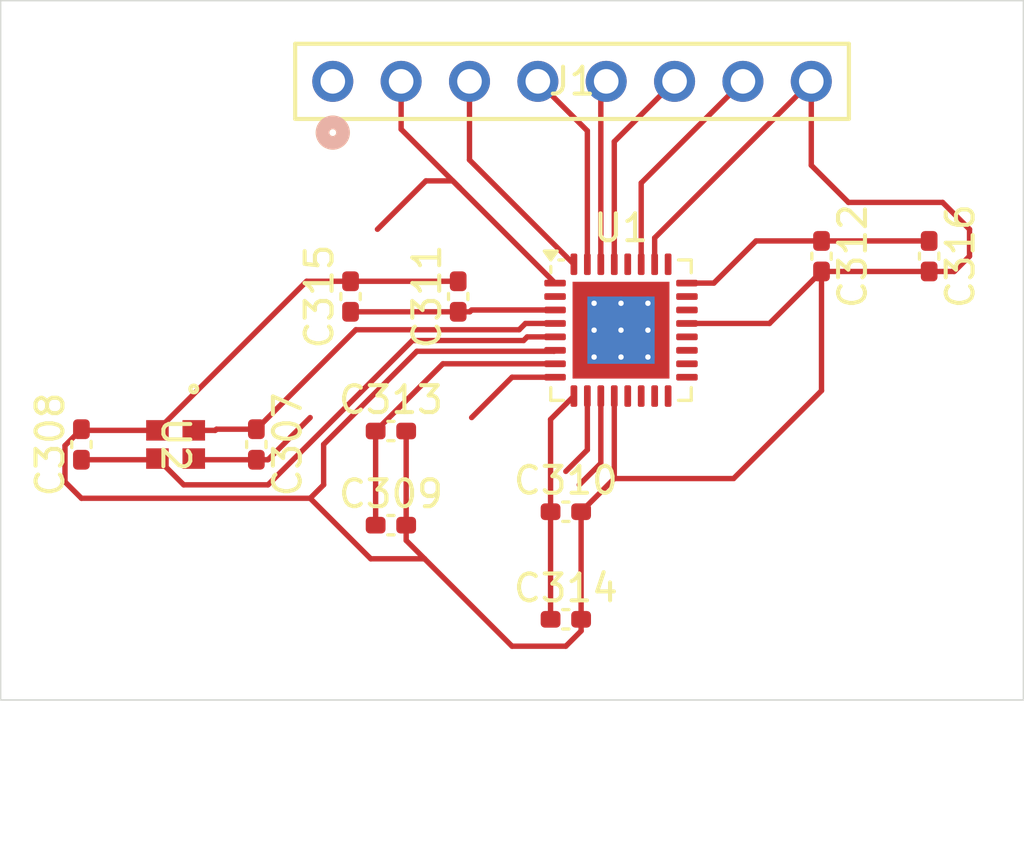
<source format=kicad_pcb>
(kicad_pcb (version 20240108) (generator "pcbnew") (generator_version "8.0")
  (layers (0 "F.Cu" signal) (31 "B.Cu" signal) (34 "B.Paste" user) (35 "F.Paste" user) (36 "B.SilkS" user "B.Silkscreen") (37 "F.SilkS" user "F.Silkscreen") (38 "B.Mask" user) (39 "F.Mask" user) (44 "Edge.Cuts" user))
  (net 0 "")
  (net 1 "/MOSI")
  (net 2 "/3V3")
  (net 3 "/IRQ")
  (net 4 "/1")
  (net 5 "GND")
  (net 6 "/MISO")
  (net 7 "/SS")
  (net 8 "/SCLK")
  (net 12 "Net-(U1-VSP_RF)")
  (net 14 "Net-(U1-VSP_A)")
  (net 16 "Net-(U1-XTO)")
  (net 17 "Net-(U1-AGD)")
  (net 21 "Net-(U1-VSP_D)")
  (net 24 "/RFO2")
  (net 25 "/RFO1")
  (net 28 "Net-(U1-XTI)")
  (footprint "Capacitor_SMD:C_0402_1005Metric_Pad0.74x0.62mm_HandSolder" (layer "F.Cu") (at 155.5 109.5 -90)
    (property "Reference" "C312" (at 0 -1.16 90) (layer "F.SilkS"))
    (property "Value" "10nF")
    (fp_line (start -0.115835 0.36) (end 0.115835 0.36) (stroke (width 0.12)) (layer "F.SilkS"))
    (fp_line (start -0.115835 -0.36) (end 0.115835 -0.36) (stroke (width 0.12)) (layer "F.SilkS"))
    (pad "1" smd roundrect (at -0.5675 0 270) (size 0.735 0.62) (layers "F.Cu" "F.Paste" "F.Mask") (net 17 "Net-(U1-AGD)"))
    (pad "2" smd roundrect (at 0.5675 0 270) (size 0.735 0.62) (layers "F.Cu" "F.Paste" "F.Mask") (net 5 "GND"))
  )
  (footprint "Crystal_27.12MHz:SMD04_NX2016S_NDK" (layer "F.Cu") (at 131.5 116.5 -90)
    (property "Reference" "U2" (at 0 0 -90) (layer "F.SilkS"))
    (property "Value" "NX2016SA-27.12MHZ-EXS00A-CS11337")
    (fp_circle (center -2.0636 -0.675) (end -1.9366 -0.675) (stroke (width 0.1524)) (fill none) (layer "F.SilkS"))
    (pad "1" smd rect (at -0.525 -0.675 270) (size 0.762 0.8382) (layers "F.Cu" "F.Paste" "F.Mask") (net 16 "Net-(U1-XTO)"))
    (pad "2" smd rect (at -0.525 0.675 270) (size 0.762 0.8382) (layers "F.Cu" "F.Paste" "F.Mask") (net 5 "GND"))
    (pad "3" smd rect (at 0.525 0.675 270) (size 0.762 0.8382) (layers "F.Cu" "F.Paste" "F.Mask") (net 28 "Net-(U1-XTI)"))
    (pad "4" smd rect (at 0.525 -0.675 270) (size 0.762 0.8382) (layers "F.Cu" "F.Paste" "F.Mask") (net 5 "GND"))
  )
  (footprint "Capacitor_SMD:C_0402_1005Metric_Pad0.74x0.62mm_HandSolder" (layer "F.Cu") (at 142 111 90)
    (property "Reference" "C311" (at 0 -1.16 -90) (layer "F.SilkS"))
    (property "Value" "10nF")
    (fp_line (start -0.115835 -0.36) (end 0.115835 -0.36) (stroke (width 0.12)) (layer "F.SilkS"))
    (fp_line (start -0.115835 0.36) (end 0.115835 0.36) (stroke (width 0.12)) (layer "F.SilkS"))
    (pad "1" smd roundrect (at -0.5675 0 90) (size 0.735 0.62) (layers "F.Cu" "F.Paste" "F.Mask") (net 21 "Net-(U1-VSP_D)"))
    (pad "2" smd roundrect (at 0.5675 0 90) (size 0.735 0.62) (layers "F.Cu" "F.Paste" "F.Mask") (net 5 "GND"))
  )
  (footprint "Package_DFN_QFN:QFN-32-1EP_5x5mm_P0.5mm_EP3.6x3.6mm_ThermalVias" (layer "F.Cu") (at 148.05 112.25)
    (property "Reference" "U1" (at 0 -3.8 0) (layer "F.SilkS"))
    (property "Value" "ST25R3911B-AQF")
    (fp_line (start -2.61 -2.135) (end -2.61 -2.37) (stroke (width 0.12)) (layer "F.SilkS"))
    (fp_line (start -2.61 2.61) (end -2.61 2.135) (stroke (width 0.12)) (layer "F.SilkS"))
    (fp_line (start -2.135 -2.61) (end -2.31 -2.61) (stroke (width 0.12)) (layer "F.SilkS"))
    (fp_line (start -2.135 2.61) (end -2.61 2.61) (stroke (width 0.12)) (layer "F.SilkS"))
    (fp_line (start 2.135 -2.61) (end 2.61 -2.61) (stroke (width 0.12)) (layer "F.SilkS"))
    (fp_line (start 2.135 2.61) (end 2.61 2.61) (stroke (width 0.12)) (layer "F.SilkS"))
    (fp_line (start 2.61 -2.61) (end 2.61 -2.135) (stroke (width 0.12)) (layer "F.SilkS"))
    (fp_line (start 2.61 2.61) (end 2.61 2.135) (stroke (width 0.12)) (layer "F.SilkS"))
    (fp_poly (pts (xy -2.61 -2.61) (xy -2.85 -2.94) (xy -2.37 -2.94) (xy -2.61 -2.61)) (stroke (width 0.12)) (fill solid) (layer "F.SilkS"))
    (pad "1" smd roundrect (at -2.45 -1.75) (size 0.8 0.25) (layers "F.Cu" "F.Paste" "F.Mask") (net 2 "/3V3"))
    (pad "2" smd roundrect (at -2.45 -1.25) (size 0.8 0.25) (layers "F.Cu" "F.Paste" "F.Mask"))
    (pad "3" smd roundrect (at -2.45 -0.75) (size 0.8 0.25) (layers "F.Cu" "F.Paste" "F.Mask") (net 21 "Net-(U1-VSP_D)"))
    (pad "4" smd roundrect (at -2.45 -0.25) (size 0.8 0.25) (layers "F.Cu" "F.Paste" "F.Mask") (net 16 "Net-(U1-XTO)"))
    (pad "5" smd roundrect (at -2.45 0.25) (size 0.8 0.25) (layers "F.Cu" "F.Paste" "F.Mask") (net 28 "Net-(U1-XTI)"))
    (pad "6" smd roundrect (at -2.45 0.75) (size 0.8 0.25) (layers "F.Cu" "F.Paste" "F.Mask") (net 5 "GND"))
    (pad "7" smd roundrect (at -2.45 1.25) (size 0.8 0.25) (layers "F.Cu" "F.Paste" "F.Mask") (net 14 "Net-(U1-VSP_A)"))
    (pad "8" smd roundrect (at -2.45 1.75) (size 0.8 0.25) (layers "F.Cu" "F.Paste" "F.Mask") (net 2 "/3V3"))
    (pad "9" smd roundrect (at -1.75 2.45) (size 0.25 0.8) (layers "F.Cu" "F.Paste" "F.Mask") (net 12 "Net-(U1-VSP_RF)"))
    (pad "10" smd roundrect (at -1.25 2.45) (size 0.25 0.8) (layers "F.Cu" "F.Paste" "F.Mask") (net 25 "/RFO1"))
    (pad "11" smd roundrect (at -0.75 2.45) (size 0.25 0.8) (layers "F.Cu" "F.Paste" "F.Mask") (net 24 "/RFO2"))
    (pad "12" smd roundrect (at -0.25 2.45) (size 0.25 0.8) (layers "F.Cu" "F.Paste" "F.Mask") (net 5 "GND"))
    (pad "13" smd roundrect (at 0.25 2.45) (size 0.25 0.8) (layers "F.Cu" "F.Paste" "F.Mask"))
    (pad "14" smd roundrect (at 0.75 2.45) (size 0.25 0.8) (layers "F.Cu" "F.Paste" "F.Mask"))
    (pad "15" smd roundrect (at 1.25 2.45) (size 0.25 0.8) (layers "F.Cu" "F.Paste" "F.Mask"))
    (pad "16" smd roundrect (at 1.75 2.45) (size 0.25 0.8) (layers "F.Cu" "F.Paste" "F.Mask"))
    (pad "17" smd roundrect (at 2.45 1.75) (size 0.8 0.25) (layers "F.Cu" "F.Paste" "F.Mask"))
    (pad "18" smd roundrect (at 2.45 1.25) (size 0.8 0.25) (layers "F.Cu" "F.Paste" "F.Mask"))
    (pad "19" smd roundrect (at 2.45 0.75) (size 0.8 0.25) (layers "F.Cu" "F.Paste" "F.Mask"))
    (pad "20" smd roundrect (at 2.45 0.25) (size 0.8 0.25) (layers "F.Cu" "F.Paste" "F.Mask"))
    (pad "21" smd roundrect (at 2.45 -0.25) (size 0.8 0.25) (layers "F.Cu" "F.Paste" "F.Mask") (net 5 "GND"))
    (pad "22" smd roundrect (at 2.45 -0.75) (size 0.8 0.25) (layers "F.Cu" "F.Paste" "F.Mask"))
    (pad "23" smd roundrect (at 2.45 -1.25) (size 0.8 0.25) (layers "F.Cu" "F.Paste" "F.Mask"))
    (pad "24" smd roundrect (at 2.45 -1.75) (size 0.8 0.25) (layers "F.Cu" "F.Paste" "F.Mask") (net 17 "Net-(U1-AGD)"))
    (pad "25" smd roundrect (at 1.75 -2.45) (size 0.25 0.8) (layers "F.Cu" "F.Paste" "F.Mask"))
    (pad "26" smd roundrect (at 1.25 -2.45) (size 0.25 0.8) (layers "F.Cu" "F.Paste" "F.Mask") (net 5 "GND"))
    (pad "27" smd roundrect (at 0.75 -2.45) (size 0.25 0.8) (layers "F.Cu" "F.Paste" "F.Mask") (net 3 "/IRQ"))
    (pad "28" smd roundrect (at 0.25 -2.45) (size 0.25 0.8) (layers "F.Cu" "F.Paste" "F.Mask"))
    (pad "29" smd roundrect (at -0.25 -2.45) (size 0.25 0.8) (layers "F.Cu" "F.Paste" "F.Mask") (net 6 "/MISO"))
    (pad "30" smd roundrect (at -0.75 -2.45) (size 0.25 0.8) (layers "F.Cu" "F.Paste" "F.Mask") (net 1 "/MOSI"))
    (pad "31" smd roundrect (at -1.25 -2.45) (size 0.25 0.8) (layers "F.Cu" "F.Paste" "F.Mask") (net 8 "/SCLK"))
    (pad "32" smd roundrect (at -1.75 -2.45) (size 0.25 0.8) (layers "F.Cu" "F.Paste" "F.Mask") (net 7 "/SS"))
    (pad "33" thru_hole circle (at -1 -1) (size 0.5 0.5) (drill 0.2) (property pad_prop_heatsink) (layers "*.Cu"))
    (pad "33" thru_hole circle (at -1 0) (size 0.5 0.5) (drill 0.2) (property pad_prop_heatsink) (layers "*.Cu"))
    (pad "33" thru_hole circle (at -1 1) (size 0.5 0.5) (drill 0.2) (property pad_prop_heatsink) (layers "*.Cu"))
    (pad "33" thru_hole circle (at 0 -1) (size 0.5 0.5) (drill 0.2) (property pad_prop_heatsink) (layers "*.Cu"))
    (pad "33" thru_hole circle (at 0 0) (size 0.5 0.5) (drill 0.2) (property pad_prop_heatsink) (layers "*.Cu"))
    (pad "33" smd rect (at 0 0) (size 2.5 2.5) (property pad_prop_heatsink) (layers "B.Cu"))
    (pad "33" smd rect (at 0 0) (size 3.6 3.6) (property pad_prop_heatsink) (layers "F.Cu" "F.Mask"))
    (pad "33" thru_hole circle (at 0 1) (size 0.5 0.5) (drill 0.2) (property pad_prop_heatsink) (layers "*.Cu"))
    (pad "33" thru_hole circle (at 1 -1) (size 0.5 0.5) (drill 0.2) (property pad_prop_heatsink) (layers "*.Cu"))
    (pad "33" thru_hole circle (at 1 0) (size 0.5 0.5) (drill 0.2) (property pad_prop_heatsink) (layers "*.Cu"))
    (pad "33" thru_hole circle (at 1 1) (size 0.5 0.5) (drill 0.2) (property pad_prop_heatsink) (layers "*.Cu"))
  )
  (footprint "Capacitor_SMD:C_0402_1005Metric_Pad0.74x0.62mm_HandSolder" (layer "F.Cu") (at 138 111 90)
    (property "Reference" "C315" (at 0 -1.16 -90) (layer "F.SilkS"))
    (property "Value" "2u2")
    (fp_line (start -0.115835 -0.36) (end 0.115835 -0.36) (stroke (width 0.12)) (layer "F.SilkS"))
    (fp_line (start -0.115835 0.36) (end 0.115835 0.36) (stroke (width 0.12)) (layer "F.SilkS"))
    (pad "1" smd roundrect (at -0.5675 0 90) (size 0.735 0.62) (layers "F.Cu" "F.Paste" "F.Mask") (net 21 "Net-(U1-VSP_D)"))
    (pad "2" smd roundrect (at 0.5675 0 90) (size 0.735 0.62) (layers "F.Cu" "F.Paste" "F.Mask") (net 5 "GND"))
  )
  (footprint "Capacitor_SMD:C_0402_1005Metric_Pad0.74x0.62mm_HandSolder" (layer "F.Cu") (at 139.5 119.5)
    (property "Reference" "C309" (at 0 -1.16 0) (layer "F.SilkS"))
    (property "Value" "10nF")
    (fp_line (start -0.115835 -0.36) (end 0.115835 -0.36) (stroke (width 0.12)) (layer "F.SilkS"))
    (fp_line (start -0.115835 0.36) (end 0.115835 0.36) (stroke (width 0.12)) (layer "F.SilkS"))
    (pad "1" smd roundrect (at -0.5675 0) (size 0.735 0.62) (layers "F.Cu" "F.Paste" "F.Mask") (net 14 "Net-(U1-VSP_A)"))
    (pad "2" smd roundrect (at 0.5675 0) (size 0.735 0.62) (layers "F.Cu" "F.Paste" "F.Mask") (net 5 "GND"))
  )
  (footprint "Capacitor_SMD:C_0402_1005Metric_Pad0.74x0.62mm_HandSolder" (layer "F.Cu") (at 146 119)
    (property "Reference" "C310" (at 0 -1.16 0) (layer "F.SilkS"))
    (property "Value" "10nF")
    (fp_line (start -0.115835 -0.36) (end 0.115835 -0.36) (stroke (width 0.12)) (layer "F.SilkS"))
    (fp_line (start -0.115835 0.36) (end 0.115835 0.36) (stroke (width 0.12)) (layer "F.SilkS"))
    (pad "1" smd roundrect (at -0.5675 0) (size 0.735 0.62) (layers "F.Cu" "F.Paste" "F.Mask") (net 12 "Net-(U1-VSP_RF)"))
    (pad "2" smd roundrect (at 0.5675 0) (size 0.735 0.62) (layers "F.Cu" "F.Paste" "F.Mask") (net 5 "GND"))
  )
  (footprint "Capacitor_SMD:C_0402_1005Metric_Pad0.74x0.62mm_HandSolder" (layer "F.Cu") (at 159.5 109.5 -90)
    (property "Reference" "C316" (at 0 -1.16 90) (layer "F.SilkS"))
    (property "Value" "1uF")
    (fp_line (start -0.115835 0.36) (end 0.115835 0.36) (stroke (width 0.12)) (layer "F.SilkS"))
    (fp_line (start -0.115835 -0.36) (end 0.115835 -0.36) (stroke (width 0.12)) (layer "F.SilkS"))
    (pad "1" smd roundrect (at -0.5675 0 270) (size 0.735 0.62) (layers "F.Cu" "F.Paste" "F.Mask") (net 17 "Net-(U1-AGD)"))
    (pad "2" smd roundrect (at 0.5675 0 270) (size 0.735 0.62) (layers "F.Cu" "F.Paste" "F.Mask") (net 5 "GND"))
  )
  (footprint "Capacitor_SMD:C_0402_1005Metric_Pad0.74x0.62mm_HandSolder" (layer "F.Cu") (at 146 123)
    (property "Reference" "C314" (at 0 -1.16 0) (layer "F.SilkS"))
    (property "Value" "2u2")
    (fp_line (start -0.115835 -0.36) (end 0.115835 -0.36) (stroke (width 0.12)) (layer "F.SilkS"))
    (fp_line (start -0.115835 0.36) (end 0.115835 0.36) (stroke (width 0.12)) (layer "F.SilkS"))
    (pad "1" smd roundrect (at -0.5675 0) (size 0.735 0.62) (layers "F.Cu" "F.Paste" "F.Mask") (net 12 "Net-(U1-VSP_RF)"))
    (pad "2" smd roundrect (at 0.5675 0) (size 0.735 0.62) (layers "F.Cu" "F.Paste" "F.Mask") (net 5 "GND"))
  )
  (footprint "Capacitor_SMD:C_0402_1005Metric_Pad0.74x0.62mm_HandSolder" (layer "F.Cu") (at 139.5 116)
    (property "Reference" "C313" (at 0 -1.16 0) (layer "F.SilkS"))
    (property "Value" "2u2")
    (fp_line (start -0.115835 -0.36) (end 0.115835 -0.36) (stroke (width 0.12)) (layer "F.SilkS"))
    (fp_line (start -0.115835 0.36) (end 0.115835 0.36) (stroke (width 0.12)) (layer "F.SilkS"))
    (pad "1" smd roundrect (at -0.5675 0) (size 0.735 0.62) (layers "F.Cu" "F.Paste" "F.Mask") (net 14 "Net-(U1-VSP_A)"))
    (pad "2" smd roundrect (at 0.5675 0) (size 0.735 0.62) (layers "F.Cu" "F.Paste" "F.Mask") (net 5 "GND"))
  )
  (footprint "Capacitor_SMD:C_0402_1005Metric_Pad0.74x0.62mm_HandSolder" (layer "F.Cu") (at 134.5 116.5 -90)
    (property "Reference" "C307" (at 0 -1.16 90) (layer "F.SilkS"))
    (property "Value" "8p2")
    (fp_line (start -0.115835 0.36) (end 0.115835 0.36) (stroke (width 0.12)) (layer "F.SilkS"))
    (fp_line (start -0.115835 -0.36) (end 0.115835 -0.36) (stroke (width 0.12)) (layer "F.SilkS"))
    (pad "1" smd roundrect (at -0.5675 0 270) (size 0.735 0.62) (layers "F.Cu" "F.Paste" "F.Mask") (net 16 "Net-(U1-XTO)"))
    (pad "2" smd roundrect (at 0.5675 0 270) (size 0.735 0.62) (layers "F.Cu" "F.Paste" "F.Mask") (net 5 "GND"))
  )
  (footprint "Header Connector:CON8_1X8_TUC_HTS_SAI" (layer "F.Cu") (at 146.23 103)
    (property "Reference" "J1" (at 0 0 0) (layer "F.SilkS"))
    (property "Value" "TS-108-T-A-1")
    (fp_circle (center -8.89 1.905) (end -8.509 1.905) (stroke (width 0.508)) (fill none) (layer "B.SilkS"))
    (fp_line (start -10.287 -1.397) (end -10.287 1.397) (stroke (width 0.1524)) (layer "F.SilkS"))
    (fp_line (start -10.287 1.397) (end 10.287 1.397) (stroke (width 0.1524)) (layer "F.SilkS"))
    (fp_line (start 10.287 -1.397) (end -10.287 -1.397) (stroke (width 0.1524)) (layer "F.SilkS"))
    (fp_line (start 10.287 1.397) (end 10.287 -1.397) (stroke (width 0.1524)) (layer "F.SilkS"))
    (fp_circle (center -8.89 1.905) (end -8.509 1.905) (stroke (width 0.508)) (fill none) (layer "F.SilkS"))
    (pad "1" thru_hole circle (at -8.89 0 90) (size 1.524 1.524) (drill 0.9144) (layers "*.Cu" "*.Mask") (net 4 "/1"))
    (pad "2" thru_hole circle (at -6.35 0 90) (size 1.524 1.524) (drill 0.9144) (layers "*.Cu" "*.Mask") (net 2 "/3V3"))
    (pad "3" thru_hole circle (at -3.81 0 90) (size 1.524 1.524) (drill 0.9144) (layers "*.Cu" "*.Mask") (net 7 "/SS"))
    (pad "4" thru_hole circle (at -1.27 0 90) (size 1.524 1.524) (drill 0.9144) (layers "*.Cu" "*.Mask") (net 8 "/SCLK"))
    (pad "5" thru_hole circle (at 1.27 0 90) (size 1.524 1.524) (drill 0.9144) (layers "*.Cu" "*.Mask") (net 1 "/MOSI"))
    (pad "6" thru_hole circle (at 3.81 0 90) (size 1.524 1.524) (drill 0.9144) (layers "*.Cu" "*.Mask") (net 6 "/MISO"))
    (pad "7" thru_hole circle (at 6.35 0 90) (size 1.524 1.524) (drill 0.9144) (layers "*.Cu" "*.Mask") (net 3 "/IRQ"))
    (pad "8" thru_hole circle (at 8.89 0 90) (size 1.524 1.524) (drill 0.9144) (layers "*.Cu" "*.Mask") (net 5 "GND"))
  )
  (footprint "Capacitor_SMD:C_0402_1005Metric_Pad0.74x0.62mm_HandSolder" (layer "F.Cu") (at 128 116.5 90)
    (property "Reference" "C308" (at 0 -1.16 -90) (layer "F.SilkS"))
    (property "Value" "8p2")
    (fp_line (start -0.115835 -0.36) (end 0.115835 -0.36) (stroke (width 0.12)) (layer "F.SilkS"))
    (fp_line (start -0.115835 0.36) (end 0.115835 0.36) (stroke (width 0.12)) (layer "F.SilkS"))
    (pad "1" smd roundrect (at -0.5675 0 90) (size 0.735 0.62) (layers "F.Cu" "F.Paste" "F.Mask") (net 28 "Net-(U1-XTI)"))
    (pad "2" smd roundrect (at 0.5675 0 90) (size 0.735 0.62) (layers "F.Cu" "F.Paste" "F.Mask") (net 5 "GND"))
  )
  (gr_rect (start 125 100) (end 163 126) (stroke (width 0.05)) (fill none) (layer "Edge.Cuts"))
  (segment (start 147.5 103) (end 147.3 103.2) (width 0.2) (layer "F.Cu") (net 1))
  (segment (start 147.3 103.2) (end 147.3 109.8) (width 0.2) (layer "F.Cu") (net 1))
  (segment (start 144 114) (end 142.5 115.5) (width 0.2) (layer "F.Cu") (net 2))
  (segment (start 139.88 103) (end 139.88 104.78) (width 0.2) (layer "F.Cu") (net 2))
  (segment (start 140.8 106.7) (end 139 108.5) (width 0.2) (layer "F.Cu") (net 2))
  (segment (start 139.88 104.78) (end 142.05 106.95) (width 0.2) (layer "F.Cu") (net 2))
  (segment (start 141.8 106.7) (end 140.8 106.7) (width 0.2) (layer "F.Cu") (net 2))
  (segment (start 142.05 106.95) (end 141.8 106.7) (width 0.2) (layer "F.Cu") (net 2))
  (segment (start 145.6 114) (end 144 114) (width 0.2) (layer "F.Cu") (net 2))
  (segment (start 142.05 106.95) (end 145.6 110.5) (width 0.2) (layer "F.Cu") (net 2))
  (segment (start 152.58 103) (end 148.8 106.78) (width 0.2) (layer "F.Cu") (net 3))
  (segment (start 148.8 106.78) (end 148.8 109.8) (width 0.2) (layer "F.Cu") (net 3))
  (segment (start 136.5 118.5) (end 138.75 120.75) (width 0.2) (layer "F.Cu") (net 5))
  (segment (start 134.9325 117.0675) (end 136.5 115.5) (width 0.2) (layer "F.Cu") (net 5))
  (segment (start 146.5675 119) (end 146.5675 123) (width 0.2) (layer "F.Cu") (net 5))
  (segment (start 155.12 106.12) (end 155.12 103) (width 0.2) (layer "F.Cu") (net 5))
  (segment (start 153.5675 112) (end 150.5 112) (width 0.2) (layer "F.Cu") (net 5))
  (segment (start 160.4325 110.0675) (end 161 109.5) (width 0.2) (layer "F.Cu") (net 5))
  (segment (start 137 116.5) (end 140.465 113.035) (width 0.2) (layer "F.Cu") (net 5))
  (segment (start 146 124) (end 146.5675 123.4325) (width 0.2) (layer "F.Cu") (net 5))
  (segment (start 147.8 117.7675) (end 152.2325 117.7675) (width 0.2) (layer "F.Cu") (net 5))
  (segment (start 140.0675 119.5) (end 140.0675 116) (width 0.2) (layer "F.Cu") (net 5))
  (segment (start 140.0675 120.0675) (end 140.75 120.75) (width 0.2) (layer "F.Cu") (net 5))
  (segment (start 134.5 117.0675) (end 132.2175 117.0675) (width 0.2) (layer "F.Cu") (net 5))
  (segment (start 140.75 120.75) (end 144 124) (width 0.2) (layer "F.Cu") (net 5))
  (segment (start 160 107.5) (end 156.5 107.5) (width 0.2) (layer "F.Cu") (net 5))
  (segment (start 128 118.5) (end 136.5 118.5) (width 0.2) (layer "F.Cu") (net 5))
  (segment (start 130.825 115.975) (end 128.0425 115.975) (width 0.2) (layer "F.Cu") (net 5))
  (segment (start 146.5675 119) (end 147.8 117.7675) (width 0.2) (layer "F.Cu") (net 5))
  (segment (start 155.5 110.0675) (end 153.5675 112) (width 0.2) (layer "F.Cu") (net 5))
  (segment (start 140.0675 119.5) (end 140.0675 120.0675) (width 0.2) (layer "F.Cu") (net 5))
  (segment (start 155.12 103) (end 149.3 108.82) (width 0.2) (layer "F.Cu") (net 5))
  (segment (start 132.2175 117.0675) (end 132.175 117.025) (width 0.2) (layer "F.Cu") (net 5))
  (segment (start 149.3 108.82) (end 149.3 109.8) (width 0.2) (layer "F.Cu") (net 5))
  (segment (start 128 115.9325) (end 127.39 116.5425) (width 0.2) (layer "F.Cu") (net 5))
  (segment (start 159.5 110.0675) (end 160.4325 110.0675) (width 0.2) (layer "F.Cu") (net 5))
  (segment (start 138.75 120.75) (end 140.75 120.75) (width 0.2) (layer "F.Cu") (net 5))
  (segment (start 127.39 117.89) (end 128 118.5) (width 0.2) (layer "F.Cu") (net 5))
  (segment (start 127.39 116.5425) (end 127.39 117.89) (width 0.2) (layer "F.Cu") (net 5))
  (segment (start 161 109.5) (end 161 108.5) (width 0.2) (layer "F.Cu") (net 5))
  (segment (start 161 108.5) (end 160 107.5) (width 0.2) (layer "F.Cu") (net 5))
  (segment (start 144 124) (end 146 124) (width 0.2) (layer "F.Cu") (net 5))
  (segment (start 128.0425 115.975) (end 128 115.9325) (width 0.2) (layer "F.Cu") (net 5))
  (segment (start 140.465 113.035) (end 145.565 113.035) (width 0.2) (layer "F.Cu") (net 5))
  (segment (start 147.8 117.7675) (end 147.8 114.7) (width 0.2) (layer "F.Cu") (net 5))
  (segment (start 130.825 115.975) (end 136.3675 110.4325) (width 0.2) (layer "F.Cu") (net 5))
  (segment (start 137 118) (end 137 116.5) (width 0.2) (layer "F.Cu") (net 5))
  (segment (start 146.5675 123.4325) (end 146.5675 123) (width 0.2) (layer "F.Cu") (net 5))
  (segment (start 155.5 110.0675) (end 159.5 110.0675) (width 0.2) (layer "F.Cu") (net 5))
  (segment (start 138 110.4325) (end 142 110.4325) (width 0.2) (layer "F.Cu") (net 5))
  (segment (start 152.2325 117.7675) (end 155.5 114.5) (width 0.2) (layer "F.Cu") (net 5))
  (segment (start 145.565 113.035) (end 145.6 113) (width 0.2) (layer "F.Cu") (net 5))
  (segment (start 136.5 118.5) (end 137 118) (width 0.2) (layer "F.Cu") (net 5))
  (segment (start 156.5 107.5) (end 155.12 106.12) (width 0.2) (layer "F.Cu") (net 5))
  (segment (start 136.3675 110.4325) (end 138 110.4325) (width 0.2) (layer "F.Cu") (net 5))
  (segment (start 134.5 117.0675) (end 134.9325 117.0675) (width 0.2) (layer "F.Cu") (net 5))
  (segment (start 155.5 114.5) (end 155.5 110.0675) (width 0.2) (layer "F.Cu") (net 5))
  (segment (start 147.8 105.24) (end 147.8 109.8) (width 0.2) (layer "F.Cu") (net 6))
  (segment (start 150.04 103) (end 147.8 105.24) (width 0.2) (layer "F.Cu") (net 6))
  (segment (start 142.42 103) (end 142.42 105.92) (width 0.2) (layer "F.Cu") (net 7))
  (segment (start 142.42 105.92) (end 146.3 109.8) (width 0.2) (layer "F.Cu") (net 7))
  (segment (start 144.96 103) (end 146.8 104.84) (width 0.2) (layer "F.Cu") (net 8))
  (segment (start 146.8 104.84) (end 146.8 109.8) (width 0.2) (layer "F.Cu") (net 8))
  (segment (start 145.4325 119) (end 145.4325 115.5675) (width 0.2) (layer "F.Cu") (net 12))
  (segment (start 145.4325 115.5675) (end 146.3 114.7) (width 0.2) (layer "F.Cu") (net 12))
  (segment (start 145.4325 119) (end 145.4325 123) (width 0.2) (layer "F.Cu") (net 12))
  (segment (start 138.9325 116) (end 138.9325 119.5) (width 0.2) (layer "F.Cu") (net 14))
  (segment (start 141.4325 113.5) (end 145.6 113.5) (width 0.2) (layer "F.Cu") (net 14))
  (segment (start 138.9325 116) (end 141.4325 113.5) (width 0.2) (layer "F.Cu") (net 14))
  (segment (start 132.975 115.975) (end 133.0175 115.9325) (width 0.2) (layer "F.Cu") (net 16))
  (segment (start 132.175 115.975) (end 132.975 115.975) (width 0.2) (layer "F.Cu") (net 16))
  (segment (start 134.5 115.9325) (end 138.1975 112.235) (width 0.2) (layer "F.Cu") (net 16))
  (segment (start 138.1975 112.235) (end 144.265 112.235) (width 0.2) (layer "F.Cu") (net 16))
  (segment (start 144.265 112.235) (end 144.5 112) (width 0.2) (layer "F.Cu") (net 16))
  (segment (start 133.0175 115.9325) (end 134.5 115.9325) (width 0.2) (layer "F.Cu") (net 16))
  (segment (start 144.5 112) (end 145.6 112) (width 0.2) (layer "F.Cu") (net 16))
  (segment (start 153.0675 108.9325) (end 155.5 108.9325) (width 0.2) (layer "F.Cu") (net 17))
  (segment (start 150.5 110.5) (end 151.5 110.5) (width 0.2) (layer "F.Cu") (net 17))
  (segment (start 155.5 108.9325) (end 159.5 108.9325) (width 0.2) (layer "F.Cu") (net 17))
  (segment (start 151.5 110.5) (end 153.0675 108.9325) (width 0.2) (layer "F.Cu") (net 17))
  (segment (start 138 111.5675) (end 142 111.5675) (width 0.2) (layer "F.Cu") (net 21))
  (segment (start 142 111.5675) (end 142.4325 111.5675) (width 0.2) (layer "F.Cu") (net 21))
  (segment (start 142.4325 111.5675) (end 142.5 111.5) (width 0.2) (layer "F.Cu") (net 21))
  (segment (start 142.5 111.5) (end 145.6 111.5) (width 0.2) (layer "F.Cu") (net 21))
  (segment (start 147.3 117.2) (end 146.5 118) (width 0.2) (layer "F.Cu") (net 24))
  (segment (start 147.3 114.7) (end 147.3 117.2) (width 0.2) (layer "F.Cu") (net 24))
  (segment (start 146.8 116.7) (end 146 117.5) (width 0.2) (layer "F.Cu") (net 25))
  (segment (start 146.8 114.7) (end 146.8 116.7) (width 0.2) (layer "F.Cu") (net 25))
  (segment (start 140.299314 112.635) (end 134.934314 118) (width 0.2) (layer "F.Cu") (net 28))
  (segment (start 144.565685 112.5) (end 144.430685 112.635) (width 0.2) (layer "F.Cu") (net 28))
  (segment (start 144.430685 112.635) (end 140.299314 112.635) (width 0.2) (layer "F.Cu") (net 28))
  (segment (start 134.934314 118) (end 131.8 118) (width 0.2) (layer "F.Cu") (net 28))
  (segment (start 131.8 118) (end 130.825 117.025) (width 0.2) (layer "F.Cu") (net 28))
  (segment (start 130.7825 117.0675) (end 130.825 117.025) (width 0.2) (layer "F.Cu") (net 28))
  (segment (start 128 117.0675) (end 130.7825 117.0675) (width 0.2) (layer "F.Cu") (net 28))
  (segment (start 145.6 112.5) (end 144.565685 112.5) (width 0.2) (layer "F.Cu") (net 28))
)
</source>
